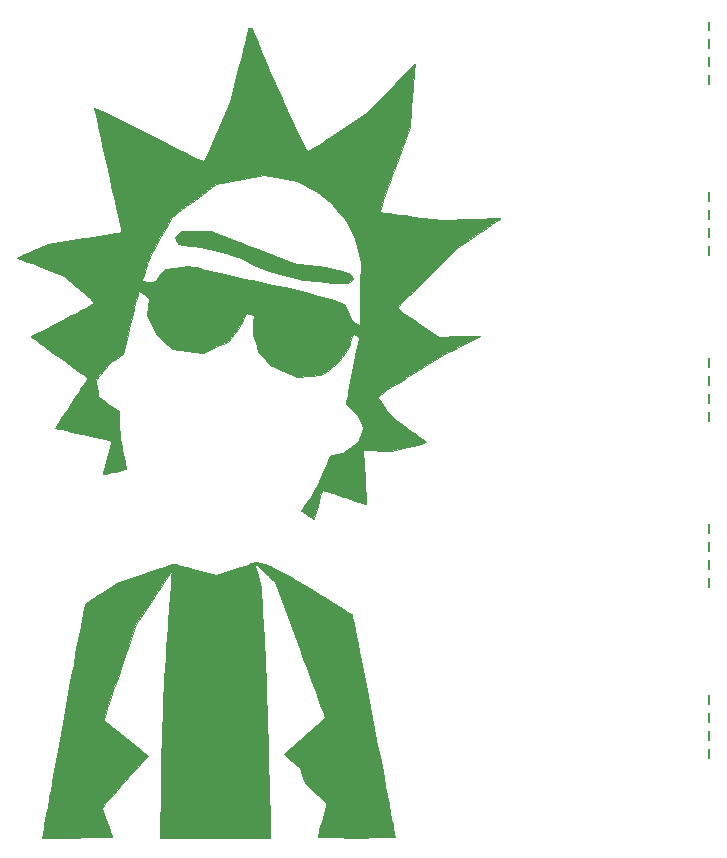
<source format=gbr>
G04 #@! TF.GenerationSoftware,KiCad,Pcbnew,(5.1.2-1)-1*
G04 #@! TF.CreationDate,2020-05-24T09:22:23-05:00*
G04 #@! TF.ProjectId,therick48.16_bottom_plate,74686572-6963-46b3-9438-2e31365f626f,rev?*
G04 #@! TF.SameCoordinates,Original*
G04 #@! TF.FileFunction,Legend,Bot*
G04 #@! TF.FilePolarity,Positive*
%FSLAX46Y46*%
G04 Gerber Fmt 4.6, Leading zero omitted, Abs format (unit mm)*
G04 Created by KiCad (PCBNEW (5.1.2-1)-1) date 2020-05-24 09:22:23*
%MOMM*%
%LPD*%
G04 APERTURE LIST*
%ADD10C,0.150000*%
%ADD11C,0.010000*%
G04 APERTURE END LIST*
D10*
X275500000Y-103360000D02*
X275500000Y-104120000D01*
X275500000Y-101840000D02*
X275500000Y-102600000D01*
X275500000Y-100320000D02*
X275500000Y-101080000D01*
X275500000Y-98800000D02*
X275500000Y-99560000D01*
X275500000Y-88920000D02*
X275500000Y-89680000D01*
X275500000Y-87400000D02*
X275500000Y-88160000D01*
X275500000Y-85880000D02*
X275500000Y-86640000D01*
X275500000Y-84360000D02*
X275500000Y-85120000D01*
X275500000Y-74860000D02*
X275500000Y-75620000D01*
X275500000Y-73340000D02*
X275500000Y-74100000D01*
X275500000Y-71820000D02*
X275500000Y-72580000D01*
X275500000Y-70300000D02*
X275500000Y-71060000D01*
X275500000Y-60800000D02*
X275500000Y-61560000D01*
X275500000Y-59280000D02*
X275500000Y-60040000D01*
X275500000Y-57760000D02*
X275500000Y-58520000D01*
X275500000Y-56240000D02*
X275500000Y-57000000D01*
X275500000Y-46360000D02*
X275500000Y-47120000D01*
X275500000Y-44840000D02*
X275500000Y-45600000D01*
X275500000Y-43320000D02*
X275500000Y-44080000D01*
X275500000Y-41800000D02*
X275500000Y-42560000D01*
D11*
G36*
X230590902Y-59767999D02*
G01*
X230312778Y-60040957D01*
X230426787Y-60331200D01*
X230476739Y-60451213D01*
X230531360Y-60542017D01*
X230609011Y-60610158D01*
X230728048Y-60662180D01*
X230906831Y-60704631D01*
X231163717Y-60744054D01*
X231517065Y-60786997D01*
X231792899Y-60818289D01*
X232490353Y-60916504D01*
X233217939Y-61054476D01*
X233950465Y-61225133D01*
X234662737Y-61421404D01*
X235329562Y-61636217D01*
X235925749Y-61862500D01*
X236426104Y-62093183D01*
X236526750Y-62147097D01*
X237203908Y-62480250D01*
X237997630Y-62796028D01*
X238898275Y-63091225D01*
X239896198Y-63362636D01*
X240813000Y-63572088D01*
X241184550Y-63644150D01*
X241574258Y-63706525D01*
X242001074Y-63761192D01*
X242483949Y-63810131D01*
X243041831Y-63855320D01*
X243693671Y-63898737D01*
X244250141Y-63931026D01*
X244956782Y-63970076D01*
X245182799Y-63771631D01*
X245408816Y-63573185D01*
X245276501Y-63348929D01*
X245215096Y-63250169D01*
X245150937Y-63174301D01*
X245063436Y-63111828D01*
X244932008Y-63053252D01*
X244736064Y-62989077D01*
X244455018Y-62909806D01*
X244142357Y-62825738D01*
X243665137Y-62715588D01*
X243104647Y-62619264D01*
X242442624Y-62533800D01*
X242157155Y-62503198D01*
X241676792Y-62451503D01*
X241290924Y-62402362D01*
X240967331Y-62349852D01*
X240673790Y-62288052D01*
X240378080Y-62211042D01*
X240069588Y-62119566D01*
X239695451Y-61997460D01*
X239300895Y-61857269D01*
X238934610Y-61716900D01*
X238661933Y-61601856D01*
X238471147Y-61520412D01*
X238178186Y-61401950D01*
X237800149Y-61253082D01*
X237354131Y-61080421D01*
X236857230Y-60890579D01*
X236326543Y-60690167D01*
X235779166Y-60485797D01*
X235705058Y-60458315D01*
X233327616Y-59577382D01*
X232098321Y-59536212D01*
X230869025Y-59495042D01*
X230590902Y-59767999D01*
X230590902Y-59767999D01*
G37*
X230590902Y-59767999D02*
X230312778Y-60040957D01*
X230426787Y-60331200D01*
X230476739Y-60451213D01*
X230531360Y-60542017D01*
X230609011Y-60610158D01*
X230728048Y-60662180D01*
X230906831Y-60704631D01*
X231163717Y-60744054D01*
X231517065Y-60786997D01*
X231792899Y-60818289D01*
X232490353Y-60916504D01*
X233217939Y-61054476D01*
X233950465Y-61225133D01*
X234662737Y-61421404D01*
X235329562Y-61636217D01*
X235925749Y-61862500D01*
X236426104Y-62093183D01*
X236526750Y-62147097D01*
X237203908Y-62480250D01*
X237997630Y-62796028D01*
X238898275Y-63091225D01*
X239896198Y-63362636D01*
X240813000Y-63572088D01*
X241184550Y-63644150D01*
X241574258Y-63706525D01*
X242001074Y-63761192D01*
X242483949Y-63810131D01*
X243041831Y-63855320D01*
X243693671Y-63898737D01*
X244250141Y-63931026D01*
X244956782Y-63970076D01*
X245182799Y-63771631D01*
X245408816Y-63573185D01*
X245276501Y-63348929D01*
X245215096Y-63250169D01*
X245150937Y-63174301D01*
X245063436Y-63111828D01*
X244932008Y-63053252D01*
X244736064Y-62989077D01*
X244455018Y-62909806D01*
X244142357Y-62825738D01*
X243665137Y-62715588D01*
X243104647Y-62619264D01*
X242442624Y-62533800D01*
X242157155Y-62503198D01*
X241676792Y-62451503D01*
X241290924Y-62402362D01*
X240967331Y-62349852D01*
X240673790Y-62288052D01*
X240378080Y-62211042D01*
X240069588Y-62119566D01*
X239695451Y-61997460D01*
X239300895Y-61857269D01*
X238934610Y-61716900D01*
X238661933Y-61601856D01*
X238471147Y-61520412D01*
X238178186Y-61401950D01*
X237800149Y-61253082D01*
X237354131Y-61080421D01*
X236857230Y-60890579D01*
X236326543Y-60690167D01*
X235779166Y-60485797D01*
X235705058Y-60458315D01*
X233327616Y-59577382D01*
X232098321Y-59536212D01*
X230869025Y-59495042D01*
X230590902Y-59767999D01*
G36*
X236562403Y-42319071D02*
G01*
X236526750Y-42340967D01*
X236512217Y-42407509D01*
X236470495Y-42585700D01*
X236404407Y-42863784D01*
X236316774Y-43230008D01*
X236210416Y-43672617D01*
X236088154Y-44179855D01*
X235952809Y-44739967D01*
X235807202Y-45341200D01*
X235765897Y-45511522D01*
X235005043Y-48647983D01*
X233908522Y-51160383D01*
X233641668Y-51767344D01*
X233401580Y-52304449D01*
X233191888Y-52763983D01*
X233016221Y-53138228D01*
X232878209Y-53419468D01*
X232781483Y-53599989D01*
X232729672Y-53672074D01*
X232726415Y-53673078D01*
X232657708Y-53645112D01*
X232484361Y-53563967D01*
X232214997Y-53433921D01*
X231858237Y-53259248D01*
X231422704Y-53044224D01*
X230917020Y-52793124D01*
X230349806Y-52510223D01*
X229729685Y-52199796D01*
X229065279Y-51866119D01*
X228365210Y-51513468D01*
X228040563Y-51349582D01*
X227201346Y-50926002D01*
X226468426Y-50556936D01*
X225834994Y-50239139D01*
X225294240Y-49969369D01*
X224839355Y-49744381D01*
X224463529Y-49560930D01*
X224159954Y-49415774D01*
X223921820Y-49305667D01*
X223742318Y-49227367D01*
X223614639Y-49177628D01*
X223531973Y-49153207D01*
X223487510Y-49150860D01*
X223474443Y-49167343D01*
X223475439Y-49174707D01*
X223521777Y-49375365D01*
X223589659Y-49675388D01*
X223676674Y-50063775D01*
X223780412Y-50529523D01*
X223898461Y-51061630D01*
X224028410Y-51649094D01*
X224167847Y-52280913D01*
X224314361Y-52946085D01*
X224465541Y-53633607D01*
X224618975Y-54332478D01*
X224772253Y-55031696D01*
X224922964Y-55720258D01*
X225068695Y-56387163D01*
X225207035Y-57021408D01*
X225335575Y-57611991D01*
X225451901Y-58147910D01*
X225553603Y-58618163D01*
X225638270Y-59011748D01*
X225703490Y-59317662D01*
X225746852Y-59524904D01*
X225765945Y-59622472D01*
X225766574Y-59628717D01*
X225701916Y-59642416D01*
X225523876Y-59674248D01*
X225244468Y-59722206D01*
X224875703Y-59784283D01*
X224429593Y-59858473D01*
X223918150Y-59942770D01*
X223353387Y-60035166D01*
X222747315Y-60133655D01*
X222633569Y-60152069D01*
X219520220Y-60655764D01*
X218244485Y-61211343D01*
X217872830Y-61374645D01*
X217543826Y-61521975D01*
X217274173Y-61645626D01*
X217080568Y-61737892D01*
X216979712Y-61791064D01*
X216969017Y-61800024D01*
X217026225Y-61829599D01*
X217188505Y-61898359D01*
X217442041Y-62000831D01*
X217773014Y-62131541D01*
X218167607Y-62285018D01*
X218612003Y-62455789D01*
X218942093Y-62581467D01*
X220914902Y-63329810D01*
X222212076Y-64444389D01*
X222554858Y-64740467D01*
X222863662Y-65010164D01*
X223125995Y-65242328D01*
X223329364Y-65425807D01*
X223461274Y-65549448D01*
X223509233Y-65602100D01*
X223509250Y-65602338D01*
X223455161Y-65642126D01*
X223302211Y-65732770D01*
X223064377Y-65866849D01*
X222755636Y-66036939D01*
X222389966Y-66235616D01*
X221981343Y-66455458D01*
X221543743Y-66689040D01*
X221091145Y-66928941D01*
X220637525Y-67167735D01*
X220196861Y-67398001D01*
X219783128Y-67612315D01*
X219410304Y-67803253D01*
X219092367Y-67963392D01*
X218843292Y-68085309D01*
X218762625Y-68123309D01*
X218503497Y-68247193D01*
X218293308Y-68355217D01*
X218155226Y-68434962D01*
X218111750Y-68472149D01*
X218161836Y-68517613D01*
X218305276Y-68629059D01*
X218531844Y-68798982D01*
X218831316Y-69019879D01*
X219193465Y-69284243D01*
X219608067Y-69584572D01*
X220064896Y-69913360D01*
X220493000Y-70219765D01*
X220978686Y-70567950D01*
X221431074Y-70895064D01*
X221839927Y-71193502D01*
X222195008Y-71455659D01*
X222486081Y-71673933D01*
X222702910Y-71840719D01*
X222835256Y-71948414D01*
X222873710Y-71988196D01*
X222839786Y-72054786D01*
X222743294Y-72215404D01*
X222591783Y-72458191D01*
X222392802Y-72771284D01*
X222153902Y-73142825D01*
X221882630Y-73560951D01*
X221586538Y-74013803D01*
X221516541Y-74120375D01*
X221217012Y-74577338D01*
X220941403Y-75000337D01*
X220697102Y-75377844D01*
X220491494Y-75698329D01*
X220331967Y-75950265D01*
X220225907Y-76122123D01*
X220180700Y-76202376D01*
X220179741Y-76206743D01*
X220244030Y-76225206D01*
X220418691Y-76268074D01*
X220690121Y-76332195D01*
X221044717Y-76414419D01*
X221468876Y-76511595D01*
X221948996Y-76620573D01*
X222471474Y-76738202D01*
X222558928Y-76757802D01*
X223087090Y-76876537D01*
X223575197Y-76987113D01*
X224009628Y-77086379D01*
X224376762Y-77171188D01*
X224662977Y-77238387D01*
X224854652Y-77284828D01*
X224938165Y-77307361D01*
X224940584Y-77308541D01*
X224931237Y-77373523D01*
X224892802Y-77543454D01*
X224829646Y-77800770D01*
X224746134Y-78127905D01*
X224646631Y-78507294D01*
X224588750Y-78724125D01*
X224482170Y-79123490D01*
X224388494Y-79479219D01*
X224312205Y-79773902D01*
X224257783Y-79990131D01*
X224229708Y-80110496D01*
X224227059Y-80129487D01*
X224290135Y-80120685D01*
X224450742Y-80087192D01*
X224683207Y-80035123D01*
X224961853Y-79970596D01*
X225261006Y-79899728D01*
X225554992Y-79828636D01*
X225818135Y-79763437D01*
X226024761Y-79710248D01*
X226149196Y-79675186D01*
X226173382Y-79665773D01*
X226172589Y-79595674D01*
X226132646Y-79457910D01*
X226124545Y-79436076D01*
X226092192Y-79316731D01*
X226043533Y-79092388D01*
X225982512Y-78783423D01*
X225913074Y-78410214D01*
X225839163Y-77993136D01*
X225794038Y-77728691D01*
X225699126Y-77143683D01*
X225629002Y-76660271D01*
X225581097Y-76256032D01*
X225552844Y-75908543D01*
X225541675Y-75595381D01*
X225541250Y-75521248D01*
X225541250Y-74817237D01*
X224684000Y-74181571D01*
X224400844Y-73970521D01*
X224157127Y-73786801D01*
X223969569Y-73643180D01*
X223854886Y-73552430D01*
X223826750Y-73526693D01*
X223818473Y-73459923D01*
X223796059Y-73293971D01*
X223763135Y-73055405D01*
X223731288Y-72827425D01*
X223635825Y-72147369D01*
X224212800Y-71418668D01*
X224457579Y-71115078D01*
X224653769Y-70889469D01*
X224827480Y-70717114D01*
X225004823Y-70573285D01*
X225211908Y-70433254D01*
X225332350Y-70358409D01*
X225569486Y-70204381D01*
X225766170Y-70059661D01*
X225895590Y-69944877D01*
X225929894Y-69898738D01*
X225959669Y-69801366D01*
X226012547Y-69599769D01*
X226083682Y-69313611D01*
X226168228Y-68962552D01*
X226261337Y-68566255D01*
X226305836Y-68373625D01*
X226448539Y-67757506D01*
X226588907Y-67160827D01*
X226723799Y-66596235D01*
X226850075Y-66076379D01*
X226964594Y-65613908D01*
X227064216Y-65221471D01*
X227145800Y-64911715D01*
X227206204Y-64697289D01*
X227242289Y-64590842D01*
X227247178Y-64582545D01*
X227309092Y-64601667D01*
X227439679Y-64690899D01*
X227615194Y-64833244D01*
X227693726Y-64902202D01*
X228099693Y-65266438D01*
X228041658Y-65949528D01*
X227983624Y-66632619D01*
X228360845Y-67456942D01*
X228738066Y-68281266D01*
X230081500Y-69528776D01*
X231370744Y-69684425D01*
X232659987Y-69840074D01*
X233734687Y-69392599D01*
X234809386Y-68945125D01*
X235344229Y-68249833D01*
X235675988Y-67792010D01*
X235922025Y-67389474D01*
X236086837Y-67043333D01*
X236182105Y-66810999D01*
X236258653Y-66628193D01*
X236304533Y-66523285D01*
X236311673Y-66509419D01*
X236377122Y-66511096D01*
X236527055Y-66539692D01*
X236655880Y-66570557D01*
X236983016Y-66654399D01*
X236935232Y-67291762D01*
X236913221Y-67581561D01*
X236900385Y-67796309D01*
X236900524Y-67967649D01*
X236917443Y-68127225D01*
X236954942Y-68306680D01*
X237016824Y-68537656D01*
X237106891Y-68851797D01*
X237134034Y-68946259D01*
X237370431Y-69770625D01*
X237866359Y-70313248D01*
X238362286Y-70855871D01*
X239492393Y-71366307D01*
X240622500Y-71876744D01*
X241638500Y-71805023D01*
X242654500Y-71733303D01*
X243321250Y-71274340D01*
X243628882Y-71056049D01*
X243863988Y-70868055D01*
X244062929Y-70675473D01*
X244262068Y-70443423D01*
X244474568Y-70167938D01*
X244706893Y-69848021D01*
X244876852Y-69582419D01*
X245006751Y-69330788D01*
X245118896Y-69052788D01*
X245167139Y-68915312D01*
X245255426Y-68658797D01*
X245328645Y-68451379D01*
X245377265Y-68319761D01*
X245391323Y-68287289D01*
X245454042Y-68297497D01*
X245591206Y-68349826D01*
X245664722Y-68382539D01*
X245838251Y-68486459D01*
X245897054Y-68581672D01*
X245895101Y-68595875D01*
X245860245Y-68745135D01*
X245805841Y-68997227D01*
X245736295Y-69330260D01*
X245656011Y-69722345D01*
X245569396Y-70151592D01*
X245480854Y-70596111D01*
X245394792Y-71034014D01*
X245315615Y-71443410D01*
X245247728Y-71802410D01*
X245225241Y-71924161D01*
X245148932Y-72335894D01*
X245069070Y-72758197D01*
X244993078Y-73152371D01*
X244928379Y-73479715D01*
X244902444Y-73606911D01*
X244776298Y-74215625D01*
X245311012Y-74723625D01*
X245556517Y-74963166D01*
X245729689Y-75153229D01*
X245854772Y-75326808D01*
X245956013Y-75516893D01*
X246042750Y-75719350D01*
X246239773Y-76207075D01*
X246027314Y-76798850D01*
X245814854Y-77390625D01*
X245147202Y-77878306D01*
X244868844Y-78079448D01*
X244662605Y-78218570D01*
X244498951Y-78309786D01*
X244348349Y-78367207D01*
X244181264Y-78404945D01*
X243981641Y-78435241D01*
X243742516Y-78473340D01*
X243555028Y-78512252D01*
X243452468Y-78544818D01*
X243444261Y-78550809D01*
X243407724Y-78626088D01*
X243338886Y-78794723D01*
X243248150Y-79030463D01*
X243161625Y-79263875D01*
X242947555Y-79804560D01*
X242689657Y-80381210D01*
X242403229Y-80964406D01*
X242103571Y-81524728D01*
X241805981Y-82032759D01*
X241525761Y-82459079D01*
X241436487Y-82581078D01*
X241257163Y-82821179D01*
X241112259Y-83021556D01*
X241015661Y-83162530D01*
X240981257Y-83224423D01*
X240981744Y-83225486D01*
X241041472Y-83263559D01*
X241184441Y-83353605D01*
X241386219Y-83480255D01*
X241526206Y-83567957D01*
X242048911Y-83895220D01*
X242154533Y-83532172D01*
X242213061Y-83329679D01*
X242295596Y-83042393D01*
X242391422Y-82707684D01*
X242489825Y-82362920D01*
X242495323Y-82343625D01*
X242607835Y-81971448D01*
X242703589Y-81701735D01*
X242779496Y-81542456D01*
X242822000Y-81500168D01*
X242903438Y-81515318D01*
X243089129Y-81566911D01*
X243363259Y-81650007D01*
X243710012Y-81759670D01*
X244113573Y-81890961D01*
X244558126Y-82038943D01*
X244688367Y-82082890D01*
X245137430Y-82234055D01*
X245545982Y-82370019D01*
X245899010Y-82485911D01*
X246181503Y-82576860D01*
X246378449Y-82637996D01*
X246474835Y-82664446D01*
X246481936Y-82664856D01*
X246483199Y-82599617D01*
X246477964Y-82425436D01*
X246467160Y-82160153D01*
X246451713Y-81821608D01*
X246432552Y-81427642D01*
X246410603Y-80996095D01*
X246386795Y-80544807D01*
X246362056Y-80091620D01*
X246337312Y-79654372D01*
X246313491Y-79250905D01*
X246291522Y-78899059D01*
X246272331Y-78616674D01*
X246269316Y-78575573D01*
X246229904Y-78046021D01*
X248623500Y-78133707D01*
X250052250Y-77801949D01*
X250461745Y-77705404D01*
X250829907Y-77615822D01*
X251138634Y-77537837D01*
X251369821Y-77476079D01*
X251505363Y-77435183D01*
X251532716Y-77423142D01*
X251499627Y-77373576D01*
X251377354Y-77262454D01*
X251180410Y-77101543D01*
X250923306Y-76902612D01*
X250620553Y-76677429D01*
X250548466Y-76624957D01*
X250049457Y-76262905D01*
X249640675Y-75964505D01*
X249309606Y-75718752D01*
X249043739Y-75514642D01*
X248830560Y-75341171D01*
X248657556Y-75187334D01*
X248512214Y-75042126D01*
X248382021Y-74894544D01*
X248254465Y-74733583D01*
X248117032Y-74548238D01*
X247994156Y-74378595D01*
X247801030Y-74105819D01*
X247639954Y-73867548D01*
X247523491Y-73683235D01*
X247464205Y-73572331D01*
X247459669Y-73551087D01*
X247515891Y-73505879D01*
X247668717Y-73399731D01*
X247907456Y-73239654D01*
X248221418Y-73032660D01*
X248599914Y-72785760D01*
X249032254Y-72505965D01*
X249507749Y-72200286D01*
X249957000Y-71913145D01*
X250617925Y-71493567D01*
X251192756Y-71133040D01*
X251701059Y-70820148D01*
X252162397Y-70543477D01*
X252596337Y-70291610D01*
X253022442Y-70053133D01*
X253460276Y-69816631D01*
X253929405Y-69570687D01*
X254286683Y-69386902D01*
X254730755Y-69158902D01*
X255135386Y-68949351D01*
X255487524Y-68765150D01*
X255774118Y-68613200D01*
X255982117Y-68500401D01*
X256098471Y-68433654D01*
X256118747Y-68418204D01*
X256052300Y-68415090D01*
X255875557Y-68416984D01*
X255605101Y-68423426D01*
X255257518Y-68433959D01*
X254849393Y-68448126D01*
X254397311Y-68465470D01*
X254378600Y-68466221D01*
X252659572Y-68535357D01*
X250879661Y-67315920D01*
X250459200Y-67026705D01*
X250074150Y-66759632D01*
X249736587Y-66523246D01*
X249458584Y-66326098D01*
X249252216Y-66176733D01*
X249129558Y-66083701D01*
X249099750Y-66055883D01*
X249143571Y-66004928D01*
X249269675Y-65872791D01*
X249470026Y-65667574D01*
X249736587Y-65397375D01*
X250061322Y-65070295D01*
X250436193Y-64694435D01*
X250853165Y-64277895D01*
X251304200Y-63828775D01*
X251655686Y-63479703D01*
X252995434Y-62150625D01*
X246068722Y-62150625D01*
X246015422Y-64182625D01*
X246002269Y-64714821D01*
X245990819Y-65238271D01*
X245981449Y-65730824D01*
X245974532Y-66170325D01*
X245970444Y-66534624D01*
X245969558Y-66801567D01*
X245970045Y-66865500D01*
X245971030Y-67135640D01*
X245967434Y-67351019D01*
X245959967Y-67485091D01*
X245952592Y-67516375D01*
X245890112Y-67484848D01*
X245752488Y-67402681D01*
X245591586Y-67301674D01*
X245444298Y-67202099D01*
X245332768Y-67105024D01*
X245238256Y-66983970D01*
X245142021Y-66812460D01*
X245025326Y-66564014D01*
X244950308Y-66395560D01*
X244644661Y-65704147D01*
X243776581Y-65406195D01*
X243174167Y-65212597D01*
X242454074Y-65004431D01*
X241624529Y-64783745D01*
X240693760Y-64552587D01*
X239669997Y-64313006D01*
X238561466Y-64067051D01*
X237473523Y-63836841D01*
X236841191Y-63704086D01*
X236167807Y-63559448D01*
X235482502Y-63409404D01*
X234814407Y-63260431D01*
X234192654Y-63119005D01*
X233646374Y-62991603D01*
X233331208Y-62915877D01*
X232872689Y-62806097D01*
X232443650Y-62707533D01*
X232062757Y-62624146D01*
X231748675Y-62559900D01*
X231520068Y-62518757D01*
X231395602Y-62504680D01*
X231394458Y-62504699D01*
X231243657Y-62516839D01*
X231000003Y-62546519D01*
X230695746Y-62589430D01*
X230363141Y-62641266D01*
X230324720Y-62647574D01*
X229488440Y-62785625D01*
X228999217Y-63341250D01*
X228798299Y-63560543D01*
X228619866Y-63739022D01*
X228484164Y-63857461D01*
X228414069Y-63896875D01*
X228279021Y-63885135D01*
X228088043Y-63855080D01*
X227878441Y-63814455D01*
X227687518Y-63771006D01*
X227552579Y-63732478D01*
X227509750Y-63709110D01*
X227528957Y-63638955D01*
X227582167Y-63468980D01*
X227662766Y-63219693D01*
X227764140Y-62911605D01*
X227852933Y-62645003D01*
X227963912Y-62320497D01*
X228067768Y-62037520D01*
X228175008Y-61773875D01*
X228296140Y-61507365D01*
X228441673Y-61215794D01*
X228622115Y-60876965D01*
X228847973Y-60468680D01*
X229069389Y-60075417D01*
X229302732Y-59664136D01*
X229521129Y-59281764D01*
X229715236Y-58944461D01*
X229875710Y-58668385D01*
X229993207Y-58469694D01*
X230058382Y-58364547D01*
X230060483Y-58361482D01*
X230138559Y-58285191D01*
X230307279Y-58144931D01*
X230553899Y-57950483D01*
X230865674Y-57711634D01*
X231229860Y-57438167D01*
X231633712Y-57139866D01*
X231985457Y-56883644D01*
X233792611Y-55575450D01*
X237857707Y-54812624D01*
X239271854Y-55063985D01*
X240686000Y-55315345D01*
X241580454Y-55780235D01*
X242118897Y-56081270D01*
X242600616Y-56400491D01*
X243051937Y-56759546D01*
X243499185Y-57180079D01*
X243968688Y-57683737D01*
X244153859Y-57896125D01*
X244666610Y-58557436D01*
X245089834Y-59250467D01*
X245436826Y-60001328D01*
X245720881Y-60836126D01*
X245803113Y-61134625D01*
X246068722Y-62150625D01*
X252995434Y-62150625D01*
X254211621Y-60944125D01*
X256037985Y-59711966D01*
X256463788Y-59423547D01*
X256852992Y-59157698D01*
X257193808Y-58922646D01*
X257474444Y-58726617D01*
X257683110Y-58577837D01*
X257808017Y-58484532D01*
X257839549Y-58455006D01*
X257772733Y-58451965D01*
X257592925Y-58453942D01*
X257314017Y-58460522D01*
X256949902Y-58471286D01*
X256514470Y-58485820D01*
X256021614Y-58503705D01*
X255485226Y-58524526D01*
X255378124Y-58528836D01*
X252941500Y-58627468D01*
X250496750Y-58310394D01*
X249822974Y-58223002D01*
X249264347Y-58150281D01*
X248810086Y-58090458D01*
X248449411Y-58041761D01*
X248171539Y-58002414D01*
X247965688Y-57970647D01*
X247821077Y-57944684D01*
X247726924Y-57922753D01*
X247672446Y-57903080D01*
X247646863Y-57883893D01*
X247639391Y-57863417D01*
X247639250Y-57840419D01*
X247660218Y-57767370D01*
X247720610Y-57585605D01*
X247816658Y-57305841D01*
X247944594Y-56938791D01*
X248100649Y-56495170D01*
X248281057Y-55985693D01*
X248482049Y-55421075D01*
X248699856Y-54812031D01*
X248910805Y-54224593D01*
X250182359Y-50690468D01*
X250404823Y-48045606D01*
X250451931Y-47480443D01*
X250494811Y-46956086D01*
X250532447Y-46485704D01*
X250563823Y-46082470D01*
X250587924Y-45759554D01*
X250603733Y-45530128D01*
X250610235Y-45407364D01*
X250609643Y-45390069D01*
X250563232Y-45431919D01*
X250437503Y-45555941D01*
X250241429Y-45753019D01*
X249983982Y-46014037D01*
X249674135Y-46329875D01*
X249320861Y-46691419D01*
X248933132Y-47089549D01*
X248630261Y-47401375D01*
X246668522Y-49423355D01*
X244155643Y-51113404D01*
X243648630Y-51453547D01*
X243171808Y-51771797D01*
X242735899Y-52061115D01*
X242351624Y-52314461D01*
X242029705Y-52524794D01*
X241780864Y-52685074D01*
X241615824Y-52788263D01*
X241545383Y-52827300D01*
X241511053Y-52803800D01*
X241451628Y-52718004D01*
X241364086Y-52563715D01*
X241245404Y-52334731D01*
X241092561Y-52024853D01*
X240902536Y-51627882D01*
X240672306Y-51137618D01*
X240398851Y-50547862D01*
X240079148Y-49852413D01*
X239830784Y-49309386D01*
X239475002Y-48530106D01*
X239166965Y-47854846D01*
X238901651Y-47272109D01*
X238674039Y-46770396D01*
X238479106Y-46338209D01*
X238311832Y-45964049D01*
X238167193Y-45636419D01*
X238040168Y-45343819D01*
X237925735Y-45074753D01*
X237818873Y-44817720D01*
X237714559Y-44561224D01*
X237607772Y-44293765D01*
X237493490Y-44003846D01*
X237366691Y-43679968D01*
X237320198Y-43560999D01*
X237155780Y-43142955D01*
X237028725Y-42829030D01*
X236931517Y-42604541D01*
X236856641Y-42454800D01*
X236796583Y-42365122D01*
X236743828Y-42320820D01*
X236690860Y-42307209D01*
X236678453Y-42306875D01*
X236562403Y-42319071D01*
X236562403Y-42319071D01*
G37*
X236562403Y-42319071D02*
X236526750Y-42340967D01*
X236512217Y-42407509D01*
X236470495Y-42585700D01*
X236404407Y-42863784D01*
X236316774Y-43230008D01*
X236210416Y-43672617D01*
X236088154Y-44179855D01*
X235952809Y-44739967D01*
X235807202Y-45341200D01*
X235765897Y-45511522D01*
X235005043Y-48647983D01*
X233908522Y-51160383D01*
X233641668Y-51767344D01*
X233401580Y-52304449D01*
X233191888Y-52763983D01*
X233016221Y-53138228D01*
X232878209Y-53419468D01*
X232781483Y-53599989D01*
X232729672Y-53672074D01*
X232726415Y-53673078D01*
X232657708Y-53645112D01*
X232484361Y-53563967D01*
X232214997Y-53433921D01*
X231858237Y-53259248D01*
X231422704Y-53044224D01*
X230917020Y-52793124D01*
X230349806Y-52510223D01*
X229729685Y-52199796D01*
X229065279Y-51866119D01*
X228365210Y-51513468D01*
X228040563Y-51349582D01*
X227201346Y-50926002D01*
X226468426Y-50556936D01*
X225834994Y-50239139D01*
X225294240Y-49969369D01*
X224839355Y-49744381D01*
X224463529Y-49560930D01*
X224159954Y-49415774D01*
X223921820Y-49305667D01*
X223742318Y-49227367D01*
X223614639Y-49177628D01*
X223531973Y-49153207D01*
X223487510Y-49150860D01*
X223474443Y-49167343D01*
X223475439Y-49174707D01*
X223521777Y-49375365D01*
X223589659Y-49675388D01*
X223676674Y-50063775D01*
X223780412Y-50529523D01*
X223898461Y-51061630D01*
X224028410Y-51649094D01*
X224167847Y-52280913D01*
X224314361Y-52946085D01*
X224465541Y-53633607D01*
X224618975Y-54332478D01*
X224772253Y-55031696D01*
X224922964Y-55720258D01*
X225068695Y-56387163D01*
X225207035Y-57021408D01*
X225335575Y-57611991D01*
X225451901Y-58147910D01*
X225553603Y-58618163D01*
X225638270Y-59011748D01*
X225703490Y-59317662D01*
X225746852Y-59524904D01*
X225765945Y-59622472D01*
X225766574Y-59628717D01*
X225701916Y-59642416D01*
X225523876Y-59674248D01*
X225244468Y-59722206D01*
X224875703Y-59784283D01*
X224429593Y-59858473D01*
X223918150Y-59942770D01*
X223353387Y-60035166D01*
X222747315Y-60133655D01*
X222633569Y-60152069D01*
X219520220Y-60655764D01*
X218244485Y-61211343D01*
X217872830Y-61374645D01*
X217543826Y-61521975D01*
X217274173Y-61645626D01*
X217080568Y-61737892D01*
X216979712Y-61791064D01*
X216969017Y-61800024D01*
X217026225Y-61829599D01*
X217188505Y-61898359D01*
X217442041Y-62000831D01*
X217773014Y-62131541D01*
X218167607Y-62285018D01*
X218612003Y-62455789D01*
X218942093Y-62581467D01*
X220914902Y-63329810D01*
X222212076Y-64444389D01*
X222554858Y-64740467D01*
X222863662Y-65010164D01*
X223125995Y-65242328D01*
X223329364Y-65425807D01*
X223461274Y-65549448D01*
X223509233Y-65602100D01*
X223509250Y-65602338D01*
X223455161Y-65642126D01*
X223302211Y-65732770D01*
X223064377Y-65866849D01*
X222755636Y-66036939D01*
X222389966Y-66235616D01*
X221981343Y-66455458D01*
X221543743Y-66689040D01*
X221091145Y-66928941D01*
X220637525Y-67167735D01*
X220196861Y-67398001D01*
X219783128Y-67612315D01*
X219410304Y-67803253D01*
X219092367Y-67963392D01*
X218843292Y-68085309D01*
X218762625Y-68123309D01*
X218503497Y-68247193D01*
X218293308Y-68355217D01*
X218155226Y-68434962D01*
X218111750Y-68472149D01*
X218161836Y-68517613D01*
X218305276Y-68629059D01*
X218531844Y-68798982D01*
X218831316Y-69019879D01*
X219193465Y-69284243D01*
X219608067Y-69584572D01*
X220064896Y-69913360D01*
X220493000Y-70219765D01*
X220978686Y-70567950D01*
X221431074Y-70895064D01*
X221839927Y-71193502D01*
X222195008Y-71455659D01*
X222486081Y-71673933D01*
X222702910Y-71840719D01*
X222835256Y-71948414D01*
X222873710Y-71988196D01*
X222839786Y-72054786D01*
X222743294Y-72215404D01*
X222591783Y-72458191D01*
X222392802Y-72771284D01*
X222153902Y-73142825D01*
X221882630Y-73560951D01*
X221586538Y-74013803D01*
X221516541Y-74120375D01*
X221217012Y-74577338D01*
X220941403Y-75000337D01*
X220697102Y-75377844D01*
X220491494Y-75698329D01*
X220331967Y-75950265D01*
X220225907Y-76122123D01*
X220180700Y-76202376D01*
X220179741Y-76206743D01*
X220244030Y-76225206D01*
X220418691Y-76268074D01*
X220690121Y-76332195D01*
X221044717Y-76414419D01*
X221468876Y-76511595D01*
X221948996Y-76620573D01*
X222471474Y-76738202D01*
X222558928Y-76757802D01*
X223087090Y-76876537D01*
X223575197Y-76987113D01*
X224009628Y-77086379D01*
X224376762Y-77171188D01*
X224662977Y-77238387D01*
X224854652Y-77284828D01*
X224938165Y-77307361D01*
X224940584Y-77308541D01*
X224931237Y-77373523D01*
X224892802Y-77543454D01*
X224829646Y-77800770D01*
X224746134Y-78127905D01*
X224646631Y-78507294D01*
X224588750Y-78724125D01*
X224482170Y-79123490D01*
X224388494Y-79479219D01*
X224312205Y-79773902D01*
X224257783Y-79990131D01*
X224229708Y-80110496D01*
X224227059Y-80129487D01*
X224290135Y-80120685D01*
X224450742Y-80087192D01*
X224683207Y-80035123D01*
X224961853Y-79970596D01*
X225261006Y-79899728D01*
X225554992Y-79828636D01*
X225818135Y-79763437D01*
X226024761Y-79710248D01*
X226149196Y-79675186D01*
X226173382Y-79665773D01*
X226172589Y-79595674D01*
X226132646Y-79457910D01*
X226124545Y-79436076D01*
X226092192Y-79316731D01*
X226043533Y-79092388D01*
X225982512Y-78783423D01*
X225913074Y-78410214D01*
X225839163Y-77993136D01*
X225794038Y-77728691D01*
X225699126Y-77143683D01*
X225629002Y-76660271D01*
X225581097Y-76256032D01*
X225552844Y-75908543D01*
X225541675Y-75595381D01*
X225541250Y-75521248D01*
X225541250Y-74817237D01*
X224684000Y-74181571D01*
X224400844Y-73970521D01*
X224157127Y-73786801D01*
X223969569Y-73643180D01*
X223854886Y-73552430D01*
X223826750Y-73526693D01*
X223818473Y-73459923D01*
X223796059Y-73293971D01*
X223763135Y-73055405D01*
X223731288Y-72827425D01*
X223635825Y-72147369D01*
X224212800Y-71418668D01*
X224457579Y-71115078D01*
X224653769Y-70889469D01*
X224827480Y-70717114D01*
X225004823Y-70573285D01*
X225211908Y-70433254D01*
X225332350Y-70358409D01*
X225569486Y-70204381D01*
X225766170Y-70059661D01*
X225895590Y-69944877D01*
X225929894Y-69898738D01*
X225959669Y-69801366D01*
X226012547Y-69599769D01*
X226083682Y-69313611D01*
X226168228Y-68962552D01*
X226261337Y-68566255D01*
X226305836Y-68373625D01*
X226448539Y-67757506D01*
X226588907Y-67160827D01*
X226723799Y-66596235D01*
X226850075Y-66076379D01*
X226964594Y-65613908D01*
X227064216Y-65221471D01*
X227145800Y-64911715D01*
X227206204Y-64697289D01*
X227242289Y-64590842D01*
X227247178Y-64582545D01*
X227309092Y-64601667D01*
X227439679Y-64690899D01*
X227615194Y-64833244D01*
X227693726Y-64902202D01*
X228099693Y-65266438D01*
X228041658Y-65949528D01*
X227983624Y-66632619D01*
X228360845Y-67456942D01*
X228738066Y-68281266D01*
X230081500Y-69528776D01*
X231370744Y-69684425D01*
X232659987Y-69840074D01*
X233734687Y-69392599D01*
X234809386Y-68945125D01*
X235344229Y-68249833D01*
X235675988Y-67792010D01*
X235922025Y-67389474D01*
X236086837Y-67043333D01*
X236182105Y-66810999D01*
X236258653Y-66628193D01*
X236304533Y-66523285D01*
X236311673Y-66509419D01*
X236377122Y-66511096D01*
X236527055Y-66539692D01*
X236655880Y-66570557D01*
X236983016Y-66654399D01*
X236935232Y-67291762D01*
X236913221Y-67581561D01*
X236900385Y-67796309D01*
X236900524Y-67967649D01*
X236917443Y-68127225D01*
X236954942Y-68306680D01*
X237016824Y-68537656D01*
X237106891Y-68851797D01*
X237134034Y-68946259D01*
X237370431Y-69770625D01*
X237866359Y-70313248D01*
X238362286Y-70855871D01*
X239492393Y-71366307D01*
X240622500Y-71876744D01*
X241638500Y-71805023D01*
X242654500Y-71733303D01*
X243321250Y-71274340D01*
X243628882Y-71056049D01*
X243863988Y-70868055D01*
X244062929Y-70675473D01*
X244262068Y-70443423D01*
X244474568Y-70167938D01*
X244706893Y-69848021D01*
X244876852Y-69582419D01*
X245006751Y-69330788D01*
X245118896Y-69052788D01*
X245167139Y-68915312D01*
X245255426Y-68658797D01*
X245328645Y-68451379D01*
X245377265Y-68319761D01*
X245391323Y-68287289D01*
X245454042Y-68297497D01*
X245591206Y-68349826D01*
X245664722Y-68382539D01*
X245838251Y-68486459D01*
X245897054Y-68581672D01*
X245895101Y-68595875D01*
X245860245Y-68745135D01*
X245805841Y-68997227D01*
X245736295Y-69330260D01*
X245656011Y-69722345D01*
X245569396Y-70151592D01*
X245480854Y-70596111D01*
X245394792Y-71034014D01*
X245315615Y-71443410D01*
X245247728Y-71802410D01*
X245225241Y-71924161D01*
X245148932Y-72335894D01*
X245069070Y-72758197D01*
X244993078Y-73152371D01*
X244928379Y-73479715D01*
X244902444Y-73606911D01*
X244776298Y-74215625D01*
X245311012Y-74723625D01*
X245556517Y-74963166D01*
X245729689Y-75153229D01*
X245854772Y-75326808D01*
X245956013Y-75516893D01*
X246042750Y-75719350D01*
X246239773Y-76207075D01*
X246027314Y-76798850D01*
X245814854Y-77390625D01*
X245147202Y-77878306D01*
X244868844Y-78079448D01*
X244662605Y-78218570D01*
X244498951Y-78309786D01*
X244348349Y-78367207D01*
X244181264Y-78404945D01*
X243981641Y-78435241D01*
X243742516Y-78473340D01*
X243555028Y-78512252D01*
X243452468Y-78544818D01*
X243444261Y-78550809D01*
X243407724Y-78626088D01*
X243338886Y-78794723D01*
X243248150Y-79030463D01*
X243161625Y-79263875D01*
X242947555Y-79804560D01*
X242689657Y-80381210D01*
X242403229Y-80964406D01*
X242103571Y-81524728D01*
X241805981Y-82032759D01*
X241525761Y-82459079D01*
X241436487Y-82581078D01*
X241257163Y-82821179D01*
X241112259Y-83021556D01*
X241015661Y-83162530D01*
X240981257Y-83224423D01*
X240981744Y-83225486D01*
X241041472Y-83263559D01*
X241184441Y-83353605D01*
X241386219Y-83480255D01*
X241526206Y-83567957D01*
X242048911Y-83895220D01*
X242154533Y-83532172D01*
X242213061Y-83329679D01*
X242295596Y-83042393D01*
X242391422Y-82707684D01*
X242489825Y-82362920D01*
X242495323Y-82343625D01*
X242607835Y-81971448D01*
X242703589Y-81701735D01*
X242779496Y-81542456D01*
X242822000Y-81500168D01*
X242903438Y-81515318D01*
X243089129Y-81566911D01*
X243363259Y-81650007D01*
X243710012Y-81759670D01*
X244113573Y-81890961D01*
X244558126Y-82038943D01*
X244688367Y-82082890D01*
X245137430Y-82234055D01*
X245545982Y-82370019D01*
X245899010Y-82485911D01*
X246181503Y-82576860D01*
X246378449Y-82637996D01*
X246474835Y-82664446D01*
X246481936Y-82664856D01*
X246483199Y-82599617D01*
X246477964Y-82425436D01*
X246467160Y-82160153D01*
X246451713Y-81821608D01*
X246432552Y-81427642D01*
X246410603Y-80996095D01*
X246386795Y-80544807D01*
X246362056Y-80091620D01*
X246337312Y-79654372D01*
X246313491Y-79250905D01*
X246291522Y-78899059D01*
X246272331Y-78616674D01*
X246269316Y-78575573D01*
X246229904Y-78046021D01*
X248623500Y-78133707D01*
X250052250Y-77801949D01*
X250461745Y-77705404D01*
X250829907Y-77615822D01*
X251138634Y-77537837D01*
X251369821Y-77476079D01*
X251505363Y-77435183D01*
X251532716Y-77423142D01*
X251499627Y-77373576D01*
X251377354Y-77262454D01*
X251180410Y-77101543D01*
X250923306Y-76902612D01*
X250620553Y-76677429D01*
X250548466Y-76624957D01*
X250049457Y-76262905D01*
X249640675Y-75964505D01*
X249309606Y-75718752D01*
X249043739Y-75514642D01*
X248830560Y-75341171D01*
X248657556Y-75187334D01*
X248512214Y-75042126D01*
X248382021Y-74894544D01*
X248254465Y-74733583D01*
X248117032Y-74548238D01*
X247994156Y-74378595D01*
X247801030Y-74105819D01*
X247639954Y-73867548D01*
X247523491Y-73683235D01*
X247464205Y-73572331D01*
X247459669Y-73551087D01*
X247515891Y-73505879D01*
X247668717Y-73399731D01*
X247907456Y-73239654D01*
X248221418Y-73032660D01*
X248599914Y-72785760D01*
X249032254Y-72505965D01*
X249507749Y-72200286D01*
X249957000Y-71913145D01*
X250617925Y-71493567D01*
X251192756Y-71133040D01*
X251701059Y-70820148D01*
X252162397Y-70543477D01*
X252596337Y-70291610D01*
X253022442Y-70053133D01*
X253460276Y-69816631D01*
X253929405Y-69570687D01*
X254286683Y-69386902D01*
X254730755Y-69158902D01*
X255135386Y-68949351D01*
X255487524Y-68765150D01*
X255774118Y-68613200D01*
X255982117Y-68500401D01*
X256098471Y-68433654D01*
X256118747Y-68418204D01*
X256052300Y-68415090D01*
X255875557Y-68416984D01*
X255605101Y-68423426D01*
X255257518Y-68433959D01*
X254849393Y-68448126D01*
X254397311Y-68465470D01*
X254378600Y-68466221D01*
X252659572Y-68535357D01*
X250879661Y-67315920D01*
X250459200Y-67026705D01*
X250074150Y-66759632D01*
X249736587Y-66523246D01*
X249458584Y-66326098D01*
X249252216Y-66176733D01*
X249129558Y-66083701D01*
X249099750Y-66055883D01*
X249143571Y-66004928D01*
X249269675Y-65872791D01*
X249470026Y-65667574D01*
X249736587Y-65397375D01*
X250061322Y-65070295D01*
X250436193Y-64694435D01*
X250853165Y-64277895D01*
X251304200Y-63828775D01*
X251655686Y-63479703D01*
X252995434Y-62150625D01*
X246068722Y-62150625D01*
X246015422Y-64182625D01*
X246002269Y-64714821D01*
X245990819Y-65238271D01*
X245981449Y-65730824D01*
X245974532Y-66170325D01*
X245970444Y-66534624D01*
X245969558Y-66801567D01*
X245970045Y-66865500D01*
X245971030Y-67135640D01*
X245967434Y-67351019D01*
X245959967Y-67485091D01*
X245952592Y-67516375D01*
X245890112Y-67484848D01*
X245752488Y-67402681D01*
X245591586Y-67301674D01*
X245444298Y-67202099D01*
X245332768Y-67105024D01*
X245238256Y-66983970D01*
X245142021Y-66812460D01*
X245025326Y-66564014D01*
X244950308Y-66395560D01*
X244644661Y-65704147D01*
X243776581Y-65406195D01*
X243174167Y-65212597D01*
X242454074Y-65004431D01*
X241624529Y-64783745D01*
X240693760Y-64552587D01*
X239669997Y-64313006D01*
X238561466Y-64067051D01*
X237473523Y-63836841D01*
X236841191Y-63704086D01*
X236167807Y-63559448D01*
X235482502Y-63409404D01*
X234814407Y-63260431D01*
X234192654Y-63119005D01*
X233646374Y-62991603D01*
X233331208Y-62915877D01*
X232872689Y-62806097D01*
X232443650Y-62707533D01*
X232062757Y-62624146D01*
X231748675Y-62559900D01*
X231520068Y-62518757D01*
X231395602Y-62504680D01*
X231394458Y-62504699D01*
X231243657Y-62516839D01*
X231000003Y-62546519D01*
X230695746Y-62589430D01*
X230363141Y-62641266D01*
X230324720Y-62647574D01*
X229488440Y-62785625D01*
X228999217Y-63341250D01*
X228798299Y-63560543D01*
X228619866Y-63739022D01*
X228484164Y-63857461D01*
X228414069Y-63896875D01*
X228279021Y-63885135D01*
X228088043Y-63855080D01*
X227878441Y-63814455D01*
X227687518Y-63771006D01*
X227552579Y-63732478D01*
X227509750Y-63709110D01*
X227528957Y-63638955D01*
X227582167Y-63468980D01*
X227662766Y-63219693D01*
X227764140Y-62911605D01*
X227852933Y-62645003D01*
X227963912Y-62320497D01*
X228067768Y-62037520D01*
X228175008Y-61773875D01*
X228296140Y-61507365D01*
X228441673Y-61215794D01*
X228622115Y-60876965D01*
X228847973Y-60468680D01*
X229069389Y-60075417D01*
X229302732Y-59664136D01*
X229521129Y-59281764D01*
X229715236Y-58944461D01*
X229875710Y-58668385D01*
X229993207Y-58469694D01*
X230058382Y-58364547D01*
X230060483Y-58361482D01*
X230138559Y-58285191D01*
X230307279Y-58144931D01*
X230553899Y-57950483D01*
X230865674Y-57711634D01*
X231229860Y-57438167D01*
X231633712Y-57139866D01*
X231985457Y-56883644D01*
X233792611Y-55575450D01*
X237857707Y-54812624D01*
X239271854Y-55063985D01*
X240686000Y-55315345D01*
X241580454Y-55780235D01*
X242118897Y-56081270D01*
X242600616Y-56400491D01*
X243051937Y-56759546D01*
X243499185Y-57180079D01*
X243968688Y-57683737D01*
X244153859Y-57896125D01*
X244666610Y-58557436D01*
X245089834Y-59250467D01*
X245436826Y-60001328D01*
X245720881Y-60836126D01*
X245803113Y-61134625D01*
X246068722Y-62150625D01*
X252995434Y-62150625D01*
X254211621Y-60944125D01*
X256037985Y-59711966D01*
X256463788Y-59423547D01*
X256852992Y-59157698D01*
X257193808Y-58922646D01*
X257474444Y-58726617D01*
X257683110Y-58577837D01*
X257808017Y-58484532D01*
X257839549Y-58455006D01*
X257772733Y-58451965D01*
X257592925Y-58453942D01*
X257314017Y-58460522D01*
X256949902Y-58471286D01*
X256514470Y-58485820D01*
X256021614Y-58503705D01*
X255485226Y-58524526D01*
X255378124Y-58528836D01*
X252941500Y-58627468D01*
X250496750Y-58310394D01*
X249822974Y-58223002D01*
X249264347Y-58150281D01*
X248810086Y-58090458D01*
X248449411Y-58041761D01*
X248171539Y-58002414D01*
X247965688Y-57970647D01*
X247821077Y-57944684D01*
X247726924Y-57922753D01*
X247672446Y-57903080D01*
X247646863Y-57883893D01*
X247639391Y-57863417D01*
X247639250Y-57840419D01*
X247660218Y-57767370D01*
X247720610Y-57585605D01*
X247816658Y-57305841D01*
X247944594Y-56938791D01*
X248100649Y-56495170D01*
X248281057Y-55985693D01*
X248482049Y-55421075D01*
X248699856Y-54812031D01*
X248910805Y-54224593D01*
X250182359Y-50690468D01*
X250404823Y-48045606D01*
X250451931Y-47480443D01*
X250494811Y-46956086D01*
X250532447Y-46485704D01*
X250563823Y-46082470D01*
X250587924Y-45759554D01*
X250603733Y-45530128D01*
X250610235Y-45407364D01*
X250609643Y-45390069D01*
X250563232Y-45431919D01*
X250437503Y-45555941D01*
X250241429Y-45753019D01*
X249983982Y-46014037D01*
X249674135Y-46329875D01*
X249320861Y-46691419D01*
X248933132Y-47089549D01*
X248630261Y-47401375D01*
X246668522Y-49423355D01*
X244155643Y-51113404D01*
X243648630Y-51453547D01*
X243171808Y-51771797D01*
X242735899Y-52061115D01*
X242351624Y-52314461D01*
X242029705Y-52524794D01*
X241780864Y-52685074D01*
X241615824Y-52788263D01*
X241545383Y-52827300D01*
X241511053Y-52803800D01*
X241451628Y-52718004D01*
X241364086Y-52563715D01*
X241245404Y-52334731D01*
X241092561Y-52024853D01*
X240902536Y-51627882D01*
X240672306Y-51137618D01*
X240398851Y-50547862D01*
X240079148Y-49852413D01*
X239830784Y-49309386D01*
X239475002Y-48530106D01*
X239166965Y-47854846D01*
X238901651Y-47272109D01*
X238674039Y-46770396D01*
X238479106Y-46338209D01*
X238311832Y-45964049D01*
X238167193Y-45636419D01*
X238040168Y-45343819D01*
X237925735Y-45074753D01*
X237818873Y-44817720D01*
X237714559Y-44561224D01*
X237607772Y-44293765D01*
X237493490Y-44003846D01*
X237366691Y-43679968D01*
X237320198Y-43560999D01*
X237155780Y-43142955D01*
X237028725Y-42829030D01*
X236931517Y-42604541D01*
X236856641Y-42454800D01*
X236796583Y-42365122D01*
X236743828Y-42320820D01*
X236690860Y-42307209D01*
X236678453Y-42306875D01*
X236562403Y-42319071D01*
G36*
X237035475Y-87561064D02*
G01*
X237023796Y-87583489D01*
X236959872Y-87619266D01*
X236790756Y-87687017D01*
X236532537Y-87781039D01*
X236201306Y-87895634D01*
X235813154Y-88025099D01*
X235402228Y-88157984D01*
X233802200Y-88667865D01*
X232068850Y-88213164D01*
X231619485Y-88093897D01*
X231211194Y-87982876D01*
X230859865Y-87884634D01*
X230581390Y-87803705D01*
X230391658Y-87744625D01*
X230306560Y-87711926D01*
X230303750Y-87709500D01*
X230238956Y-87719125D01*
X230067275Y-87767084D01*
X229801500Y-87849216D01*
X229454424Y-87961363D01*
X229038841Y-88099365D01*
X228567543Y-88259062D01*
X228053324Y-88436295D01*
X227842451Y-88509779D01*
X225412902Y-89359021D01*
X224127701Y-90163691D01*
X223762737Y-90393079D01*
X223431335Y-90603046D01*
X223149524Y-90783302D01*
X222933328Y-90923559D01*
X222798776Y-91013527D01*
X222763052Y-91039834D01*
X222722053Y-91126375D01*
X222666422Y-91312238D01*
X222602959Y-91571564D01*
X222538467Y-91878498D01*
X222527718Y-91934466D01*
X222433325Y-92435490D01*
X222320134Y-93040669D01*
X222190382Y-93737794D01*
X222046305Y-94514657D01*
X221890139Y-95359050D01*
X221724120Y-96258764D01*
X221550484Y-97201591D01*
X221371467Y-98175321D01*
X221189306Y-99167747D01*
X221006236Y-100166661D01*
X220824495Y-101159852D01*
X220646316Y-102135114D01*
X220473938Y-103080237D01*
X220309596Y-103983014D01*
X220155527Y-104831235D01*
X220013965Y-105612692D01*
X219887149Y-106315177D01*
X219777313Y-106926481D01*
X219686693Y-107434396D01*
X219632073Y-107743625D01*
X219528214Y-108334275D01*
X219430130Y-108889908D01*
X219340183Y-109397293D01*
X219260738Y-109843201D01*
X219194156Y-110214403D01*
X219142800Y-110497667D01*
X219109034Y-110679765D01*
X219096204Y-110744000D01*
X219061831Y-110886875D01*
X222015791Y-110886875D01*
X222614645Y-110885943D01*
X223172812Y-110883274D01*
X223677828Y-110879057D01*
X224117229Y-110873480D01*
X224478550Y-110866734D01*
X224749327Y-110859006D01*
X224917095Y-110850487D01*
X224969750Y-110842068D01*
X224949838Y-110770942D01*
X224894317Y-110598866D01*
X224809516Y-110344764D01*
X224701760Y-110027563D01*
X224577377Y-109666188D01*
X224557001Y-109607392D01*
X224430134Y-109237212D01*
X224319062Y-108904611D01*
X224230186Y-108629463D01*
X224169909Y-108431644D01*
X224144632Y-108331029D01*
X224144251Y-108325980D01*
X224185825Y-108261456D01*
X224304804Y-108113361D01*
X224492570Y-107891555D01*
X224740508Y-107605901D01*
X225040001Y-107266257D01*
X225382433Y-106882485D01*
X225759186Y-106464446D01*
X226065125Y-106127743D01*
X226462179Y-105691630D01*
X226832070Y-105284101D01*
X227166152Y-104914771D01*
X227455781Y-104593257D01*
X227692311Y-104329173D01*
X227867097Y-104132135D01*
X227971493Y-104011760D01*
X227998480Y-103977335D01*
X227953333Y-103929342D01*
X227819308Y-103811554D01*
X227607199Y-103632874D01*
X227327805Y-103402208D01*
X226991920Y-103128462D01*
X226610343Y-102820540D01*
X226193868Y-102487347D01*
X226141105Y-102445330D01*
X225720065Y-102107907D01*
X225332148Y-101792594D01*
X224988281Y-101508612D01*
X224699390Y-101265181D01*
X224476403Y-101071519D01*
X224330246Y-100936847D01*
X224271848Y-100870384D01*
X224271250Y-100867642D01*
X224291409Y-100793684D01*
X224349605Y-100609849D01*
X224442422Y-100326307D01*
X224566444Y-99953224D01*
X224718253Y-99500770D01*
X224894432Y-98979111D01*
X225091564Y-98398416D01*
X225306233Y-97768853D01*
X225535020Y-97100589D01*
X225638326Y-96799686D01*
X227005402Y-92821125D01*
X228416451Y-90699333D01*
X228790903Y-90136895D01*
X229101619Y-89671908D01*
X229354698Y-89295746D01*
X229556238Y-88999783D01*
X229712337Y-88775391D01*
X229829093Y-88613947D01*
X229912604Y-88506823D01*
X229968969Y-88445393D01*
X230004285Y-88421032D01*
X230024389Y-88424846D01*
X230024289Y-88490953D01*
X230014592Y-88670489D01*
X229996245Y-88950325D01*
X229970194Y-89317328D01*
X229937386Y-89758367D01*
X229898768Y-90260312D01*
X229855287Y-90810029D01*
X229828463Y-91142495D01*
X229784748Y-91706436D01*
X229736412Y-92375974D01*
X229684800Y-93129844D01*
X229631256Y-93946784D01*
X229577126Y-94805529D01*
X229523754Y-95684816D01*
X229472486Y-96563382D01*
X229424665Y-97419963D01*
X229388939Y-98091625D01*
X229339015Y-99071142D01*
X229296435Y-99948813D01*
X229260444Y-100749040D01*
X229230290Y-101496231D01*
X229205219Y-102214788D01*
X229184477Y-102929119D01*
X229167312Y-103663627D01*
X229152970Y-104442718D01*
X229140698Y-105290797D01*
X229129742Y-106232270D01*
X229125798Y-106616500D01*
X229083237Y-110886875D01*
X238368250Y-110886875D01*
X238368076Y-110299500D01*
X238366062Y-110115607D01*
X238360363Y-109820397D01*
X238351383Y-109429486D01*
X238339527Y-108958490D01*
X238325201Y-108423025D01*
X238308808Y-107838708D01*
X238290753Y-107221155D01*
X238273859Y-106664125D01*
X238252583Y-105966176D01*
X238228755Y-105169888D01*
X238203206Y-104303877D01*
X238176764Y-103396758D01*
X238150260Y-102477147D01*
X238124525Y-101573660D01*
X238100387Y-100714913D01*
X238081386Y-100028375D01*
X238057024Y-99216837D01*
X238026518Y-98323630D01*
X237991145Y-97379507D01*
X237952180Y-96415219D01*
X237910903Y-95461521D01*
X237868588Y-94549164D01*
X237826515Y-93708902D01*
X237794504Y-93120114D01*
X237606052Y-89799603D01*
X237314512Y-88781545D01*
X237219753Y-88441607D01*
X237142138Y-88145545D01*
X237086741Y-87914225D01*
X237058637Y-87768512D01*
X237058307Y-87728152D01*
X237122372Y-87749312D01*
X237260398Y-87848687D01*
X237457750Y-88013500D01*
X237699790Y-88230973D01*
X237971882Y-88488331D01*
X238259388Y-88772796D01*
X238286226Y-88800010D01*
X238743952Y-89265125D01*
X240873851Y-94931046D01*
X241178611Y-95742641D01*
X241470333Y-96521229D01*
X241745940Y-97258501D01*
X242002355Y-97946145D01*
X242236501Y-98575852D01*
X242445299Y-99139311D01*
X242625672Y-99628213D01*
X242774543Y-100034247D01*
X242888834Y-100349104D01*
X242965468Y-100564472D01*
X243001367Y-100672043D01*
X243003750Y-100682435D01*
X242957480Y-100742516D01*
X242825816Y-100875700D01*
X242619481Y-101072079D01*
X242349197Y-101321745D01*
X242025688Y-101614790D01*
X241659676Y-101941307D01*
X241273375Y-102281338D01*
X240876806Y-102629418D01*
X240512224Y-102951791D01*
X240190313Y-103238828D01*
X239921755Y-103480902D01*
X239717231Y-103668385D01*
X239587425Y-103791649D01*
X239543000Y-103840873D01*
X239589627Y-103895619D01*
X239717461Y-104013639D01*
X239908433Y-104178999D01*
X240144475Y-104375769D01*
X240214477Y-104432937D01*
X240885954Y-104978900D01*
X241087005Y-105631012D01*
X241288056Y-106283125D01*
X242209403Y-107102569D01*
X242510590Y-107376054D01*
X242766326Y-107619280D01*
X242963589Y-107819086D01*
X243089356Y-107962309D01*
X243130750Y-108033776D01*
X243114646Y-108118426D01*
X243070299Y-108303220D01*
X243003659Y-108565991D01*
X242920678Y-108884574D01*
X242827304Y-109236802D01*
X242729490Y-109600509D01*
X242633184Y-109953528D01*
X242544337Y-110273694D01*
X242468900Y-110538839D01*
X242412822Y-110726797D01*
X242387478Y-110802663D01*
X242399050Y-110821839D01*
X242455761Y-110837997D01*
X242566695Y-110851371D01*
X242740940Y-110862198D01*
X242987581Y-110870714D01*
X243315705Y-110877154D01*
X243734397Y-110881754D01*
X244252743Y-110884750D01*
X244879830Y-110886379D01*
X245624745Y-110886874D01*
X245632207Y-110886875D01*
X246372066Y-110886470D01*
X246994565Y-110885076D01*
X247509341Y-110882427D01*
X247926031Y-110878256D01*
X248254272Y-110872293D01*
X248503702Y-110864273D01*
X248683957Y-110853928D01*
X248804677Y-110840990D01*
X248875496Y-110825192D01*
X248906054Y-110806266D01*
X248909250Y-110795951D01*
X248897428Y-110705536D01*
X248863036Y-110500292D01*
X248807685Y-110188559D01*
X248732986Y-109778680D01*
X248640550Y-109278996D01*
X248531988Y-108697848D01*
X248408911Y-108043577D01*
X248272930Y-107324526D01*
X248125656Y-106549035D01*
X247968701Y-105725446D01*
X247803674Y-104862101D01*
X247632187Y-103967341D01*
X247455851Y-103049507D01*
X247276277Y-102116941D01*
X247095076Y-101177984D01*
X246913860Y-100240978D01*
X246734238Y-99314265D01*
X246557822Y-98406185D01*
X246386224Y-97525080D01*
X246221054Y-96679292D01*
X246063922Y-95877161D01*
X245916441Y-95127031D01*
X245780221Y-94437241D01*
X245656873Y-93816134D01*
X245548008Y-93272050D01*
X245455237Y-92813332D01*
X245380171Y-92448321D01*
X245324421Y-92185358D01*
X245289598Y-92032784D01*
X245278362Y-91995942D01*
X245209572Y-91949241D01*
X245042435Y-91842985D01*
X244787189Y-91683491D01*
X244454070Y-91477076D01*
X244053313Y-91230055D01*
X243595155Y-90948744D01*
X243089833Y-90639461D01*
X242547582Y-90308520D01*
X242243721Y-90123460D01*
X241553807Y-89704637D01*
X240960058Y-89346764D01*
X240451010Y-89043368D01*
X240015204Y-88787972D01*
X239641178Y-88574104D01*
X239317472Y-88395290D01*
X239032624Y-88245055D01*
X238775173Y-88116926D01*
X238533658Y-88004427D01*
X238348747Y-87923271D01*
X237894570Y-87735877D01*
X237543852Y-87607933D01*
X237288896Y-87537466D01*
X237122003Y-87522501D01*
X237035475Y-87561064D01*
X237035475Y-87561064D01*
G37*
X237035475Y-87561064D02*
X237023796Y-87583489D01*
X236959872Y-87619266D01*
X236790756Y-87687017D01*
X236532537Y-87781039D01*
X236201306Y-87895634D01*
X235813154Y-88025099D01*
X235402228Y-88157984D01*
X233802200Y-88667865D01*
X232068850Y-88213164D01*
X231619485Y-88093897D01*
X231211194Y-87982876D01*
X230859865Y-87884634D01*
X230581390Y-87803705D01*
X230391658Y-87744625D01*
X230306560Y-87711926D01*
X230303750Y-87709500D01*
X230238956Y-87719125D01*
X230067275Y-87767084D01*
X229801500Y-87849216D01*
X229454424Y-87961363D01*
X229038841Y-88099365D01*
X228567543Y-88259062D01*
X228053324Y-88436295D01*
X227842451Y-88509779D01*
X225412902Y-89359021D01*
X224127701Y-90163691D01*
X223762737Y-90393079D01*
X223431335Y-90603046D01*
X223149524Y-90783302D01*
X222933328Y-90923559D01*
X222798776Y-91013527D01*
X222763052Y-91039834D01*
X222722053Y-91126375D01*
X222666422Y-91312238D01*
X222602959Y-91571564D01*
X222538467Y-91878498D01*
X222527718Y-91934466D01*
X222433325Y-92435490D01*
X222320134Y-93040669D01*
X222190382Y-93737794D01*
X222046305Y-94514657D01*
X221890139Y-95359050D01*
X221724120Y-96258764D01*
X221550484Y-97201591D01*
X221371467Y-98175321D01*
X221189306Y-99167747D01*
X221006236Y-100166661D01*
X220824495Y-101159852D01*
X220646316Y-102135114D01*
X220473938Y-103080237D01*
X220309596Y-103983014D01*
X220155527Y-104831235D01*
X220013965Y-105612692D01*
X219887149Y-106315177D01*
X219777313Y-106926481D01*
X219686693Y-107434396D01*
X219632073Y-107743625D01*
X219528214Y-108334275D01*
X219430130Y-108889908D01*
X219340183Y-109397293D01*
X219260738Y-109843201D01*
X219194156Y-110214403D01*
X219142800Y-110497667D01*
X219109034Y-110679765D01*
X219096204Y-110744000D01*
X219061831Y-110886875D01*
X222015791Y-110886875D01*
X222614645Y-110885943D01*
X223172812Y-110883274D01*
X223677828Y-110879057D01*
X224117229Y-110873480D01*
X224478550Y-110866734D01*
X224749327Y-110859006D01*
X224917095Y-110850487D01*
X224969750Y-110842068D01*
X224949838Y-110770942D01*
X224894317Y-110598866D01*
X224809516Y-110344764D01*
X224701760Y-110027563D01*
X224577377Y-109666188D01*
X224557001Y-109607392D01*
X224430134Y-109237212D01*
X224319062Y-108904611D01*
X224230186Y-108629463D01*
X224169909Y-108431644D01*
X224144632Y-108331029D01*
X224144251Y-108325980D01*
X224185825Y-108261456D01*
X224304804Y-108113361D01*
X224492570Y-107891555D01*
X224740508Y-107605901D01*
X225040001Y-107266257D01*
X225382433Y-106882485D01*
X225759186Y-106464446D01*
X226065125Y-106127743D01*
X226462179Y-105691630D01*
X226832070Y-105284101D01*
X227166152Y-104914771D01*
X227455781Y-104593257D01*
X227692311Y-104329173D01*
X227867097Y-104132135D01*
X227971493Y-104011760D01*
X227998480Y-103977335D01*
X227953333Y-103929342D01*
X227819308Y-103811554D01*
X227607199Y-103632874D01*
X227327805Y-103402208D01*
X226991920Y-103128462D01*
X226610343Y-102820540D01*
X226193868Y-102487347D01*
X226141105Y-102445330D01*
X225720065Y-102107907D01*
X225332148Y-101792594D01*
X224988281Y-101508612D01*
X224699390Y-101265181D01*
X224476403Y-101071519D01*
X224330246Y-100936847D01*
X224271848Y-100870384D01*
X224271250Y-100867642D01*
X224291409Y-100793684D01*
X224349605Y-100609849D01*
X224442422Y-100326307D01*
X224566444Y-99953224D01*
X224718253Y-99500770D01*
X224894432Y-98979111D01*
X225091564Y-98398416D01*
X225306233Y-97768853D01*
X225535020Y-97100589D01*
X225638326Y-96799686D01*
X227005402Y-92821125D01*
X228416451Y-90699333D01*
X228790903Y-90136895D01*
X229101619Y-89671908D01*
X229354698Y-89295746D01*
X229556238Y-88999783D01*
X229712337Y-88775391D01*
X229829093Y-88613947D01*
X229912604Y-88506823D01*
X229968969Y-88445393D01*
X230004285Y-88421032D01*
X230024389Y-88424846D01*
X230024289Y-88490953D01*
X230014592Y-88670489D01*
X229996245Y-88950325D01*
X229970194Y-89317328D01*
X229937386Y-89758367D01*
X229898768Y-90260312D01*
X229855287Y-90810029D01*
X229828463Y-91142495D01*
X229784748Y-91706436D01*
X229736412Y-92375974D01*
X229684800Y-93129844D01*
X229631256Y-93946784D01*
X229577126Y-94805529D01*
X229523754Y-95684816D01*
X229472486Y-96563382D01*
X229424665Y-97419963D01*
X229388939Y-98091625D01*
X229339015Y-99071142D01*
X229296435Y-99948813D01*
X229260444Y-100749040D01*
X229230290Y-101496231D01*
X229205219Y-102214788D01*
X229184477Y-102929119D01*
X229167312Y-103663627D01*
X229152970Y-104442718D01*
X229140698Y-105290797D01*
X229129742Y-106232270D01*
X229125798Y-106616500D01*
X229083237Y-110886875D01*
X238368250Y-110886875D01*
X238368076Y-110299500D01*
X238366062Y-110115607D01*
X238360363Y-109820397D01*
X238351383Y-109429486D01*
X238339527Y-108958490D01*
X238325201Y-108423025D01*
X238308808Y-107838708D01*
X238290753Y-107221155D01*
X238273859Y-106664125D01*
X238252583Y-105966176D01*
X238228755Y-105169888D01*
X238203206Y-104303877D01*
X238176764Y-103396758D01*
X238150260Y-102477147D01*
X238124525Y-101573660D01*
X238100387Y-100714913D01*
X238081386Y-100028375D01*
X238057024Y-99216837D01*
X238026518Y-98323630D01*
X237991145Y-97379507D01*
X237952180Y-96415219D01*
X237910903Y-95461521D01*
X237868588Y-94549164D01*
X237826515Y-93708902D01*
X237794504Y-93120114D01*
X237606052Y-89799603D01*
X237314512Y-88781545D01*
X237219753Y-88441607D01*
X237142138Y-88145545D01*
X237086741Y-87914225D01*
X237058637Y-87768512D01*
X237058307Y-87728152D01*
X237122372Y-87749312D01*
X237260398Y-87848687D01*
X237457750Y-88013500D01*
X237699790Y-88230973D01*
X237971882Y-88488331D01*
X238259388Y-88772796D01*
X238286226Y-88800010D01*
X238743952Y-89265125D01*
X240873851Y-94931046D01*
X241178611Y-95742641D01*
X241470333Y-96521229D01*
X241745940Y-97258501D01*
X242002355Y-97946145D01*
X242236501Y-98575852D01*
X242445299Y-99139311D01*
X242625672Y-99628213D01*
X242774543Y-100034247D01*
X242888834Y-100349104D01*
X242965468Y-100564472D01*
X243001367Y-100672043D01*
X243003750Y-100682435D01*
X242957480Y-100742516D01*
X242825816Y-100875700D01*
X242619481Y-101072079D01*
X242349197Y-101321745D01*
X242025688Y-101614790D01*
X241659676Y-101941307D01*
X241273375Y-102281338D01*
X240876806Y-102629418D01*
X240512224Y-102951791D01*
X240190313Y-103238828D01*
X239921755Y-103480902D01*
X239717231Y-103668385D01*
X239587425Y-103791649D01*
X239543000Y-103840873D01*
X239589627Y-103895619D01*
X239717461Y-104013639D01*
X239908433Y-104178999D01*
X240144475Y-104375769D01*
X240214477Y-104432937D01*
X240885954Y-104978900D01*
X241087005Y-105631012D01*
X241288056Y-106283125D01*
X242209403Y-107102569D01*
X242510590Y-107376054D01*
X242766326Y-107619280D01*
X242963589Y-107819086D01*
X243089356Y-107962309D01*
X243130750Y-108033776D01*
X243114646Y-108118426D01*
X243070299Y-108303220D01*
X243003659Y-108565991D01*
X242920678Y-108884574D01*
X242827304Y-109236802D01*
X242729490Y-109600509D01*
X242633184Y-109953528D01*
X242544337Y-110273694D01*
X242468900Y-110538839D01*
X242412822Y-110726797D01*
X242387478Y-110802663D01*
X242399050Y-110821839D01*
X242455761Y-110837997D01*
X242566695Y-110851371D01*
X242740940Y-110862198D01*
X242987581Y-110870714D01*
X243315705Y-110877154D01*
X243734397Y-110881754D01*
X244252743Y-110884750D01*
X244879830Y-110886379D01*
X245624745Y-110886874D01*
X245632207Y-110886875D01*
X246372066Y-110886470D01*
X246994565Y-110885076D01*
X247509341Y-110882427D01*
X247926031Y-110878256D01*
X248254272Y-110872293D01*
X248503702Y-110864273D01*
X248683957Y-110853928D01*
X248804677Y-110840990D01*
X248875496Y-110825192D01*
X248906054Y-110806266D01*
X248909250Y-110795951D01*
X248897428Y-110705536D01*
X248863036Y-110500292D01*
X248807685Y-110188559D01*
X248732986Y-109778680D01*
X248640550Y-109278996D01*
X248531988Y-108697848D01*
X248408911Y-108043577D01*
X248272930Y-107324526D01*
X248125656Y-106549035D01*
X247968701Y-105725446D01*
X247803674Y-104862101D01*
X247632187Y-103967341D01*
X247455851Y-103049507D01*
X247276277Y-102116941D01*
X247095076Y-101177984D01*
X246913860Y-100240978D01*
X246734238Y-99314265D01*
X246557822Y-98406185D01*
X246386224Y-97525080D01*
X246221054Y-96679292D01*
X246063922Y-95877161D01*
X245916441Y-95127031D01*
X245780221Y-94437241D01*
X245656873Y-93816134D01*
X245548008Y-93272050D01*
X245455237Y-92813332D01*
X245380171Y-92448321D01*
X245324421Y-92185358D01*
X245289598Y-92032784D01*
X245278362Y-91995942D01*
X245209572Y-91949241D01*
X245042435Y-91842985D01*
X244787189Y-91683491D01*
X244454070Y-91477076D01*
X244053313Y-91230055D01*
X243595155Y-90948744D01*
X243089833Y-90639461D01*
X242547582Y-90308520D01*
X242243721Y-90123460D01*
X241553807Y-89704637D01*
X240960058Y-89346764D01*
X240451010Y-89043368D01*
X240015204Y-88787972D01*
X239641178Y-88574104D01*
X239317472Y-88395290D01*
X239032624Y-88245055D01*
X238775173Y-88116926D01*
X238533658Y-88004427D01*
X238348747Y-87923271D01*
X237894570Y-87735877D01*
X237543852Y-87607933D01*
X237288896Y-87537466D01*
X237122003Y-87522501D01*
X237035475Y-87561064D01*
M02*

</source>
